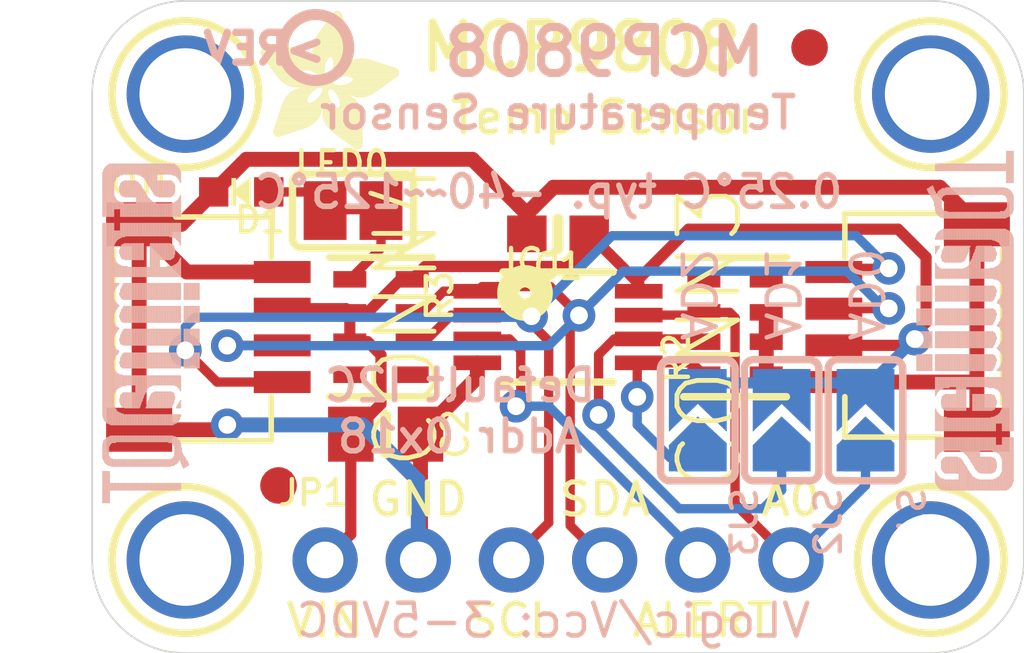
<source format=kicad_pcb>
(kicad_pcb (version 20211014) (generator pcbnew)
  (layers (0 "F.Cu" signal) (31 "B.Cu" signal) (34 "B.Paste" user) (35 "F.Paste" user) (36 "B.SilkS" user "B.Silkscreen") (37 "F.SilkS" user "F.Silkscreen") (38 "B.Mask" user) (39 "F.Mask" user) (44 "Edge.Cuts" user))
  (net 0 "")
  (net 1 "GND")
  (net 2 "SDA")
  (net 3 "SCL")
  (net 4 "VCC")
  (net 5 "N$1")
  (net 6 "ALERT")
  (net 7 "A0")
  (net 8 "A1")
  (net 9 "A2")
  (net 10 "N$2")
  (footprint "boardEagle:MSOP8_0.65MM" (layer "F.Cu") (at 148.5011 105.0036 -90)
    (fp_text reference "IC1" (at -1.778 1.524) (layer "F.SilkS") (effects (font (size 0.692831 0.692831) (thickness 0.119969)) (justify left)))
    (fp_text value "MCP9808-E/MS")
    (pad "1" smd rect (at -0.975 2.2) (size 1.3 0.4) (layers "F.Cu" "F.Paste" "F.Mask") (net 2 "SDA"))
    (pad "2" smd rect (at -0.325 2.2) (size 1.3 0.4) (layers "F.Cu" "F.Paste" "F.Mask") (net 3 "SCL"))
    (pad "3" smd rect (at 0.325 2.2) (size 1.3 0.4) (layers "F.Cu" "F.Paste" "F.Mask") (net 6 "ALERT"))
    (pad "4" smd rect (at 0.975 2.2) (size 1.3 0.4) (layers "F.Cu" "F.Paste" "F.Mask") (net 1 "GND"))
    (pad "5" smd rect (at 0.975 -2.2) (size 1.3 0.4) (layers "F.Cu" "F.Paste" "F.Mask") (net 9 "A2"))
    (pad "6" smd rect (at 0.325 -2.2) (size 1.3 0.4) (layers "F.Cu" "F.Paste" "F.Mask") (net 8 "A1"))
    (pad "7" smd rect (at -0.325 -2.2) (size 1.3 0.4) (layers "F.Cu" "F.Paste" "F.Mask") (net 7 "A0"))
    (pad "8" smd rect (at -0.975 -2.2) (size 1.3 0.4) (layers "F.Cu" "F.Paste" "F.Mask") (net 4 "VCC"))
  )
  (footprint "boardEagle:MOUNTINGHOLE_2.5_PLATED" (layer "F.Cu") (at 138.3411 111.3536)
    (fp_text reference "U$19" hide)
    (fp_text value "MOUNTINGHOLE2.5" hide)
    (pad "P$1" thru_hole circle (at 0 0) (size 3.2 3.2) (drill 2.5) (layers *.Cu *.Mask))
  )
  (footprint "boardEagle:RESPACK_4X0603" (layer "F.Cu") (at 153.3271 105.0036 90)
    (fp_text reference "R2" (at -1.6 -1.6 90) (layer "F.SilkS") (effects (font (size 0.692831 0.692831) (thickness 0.119969)) (justify left)))
    (fp_text value "10K")
    (pad "1" smd rect (at -1.3 0.85 90) (size 0.45 0.9) (layers "F.Cu" "F.Paste" "F.Mask") (net 1 "GND"))
    (pad "2" smd rect (at -0.4 0.85 90) (size 0.45 0.9) (layers "F.Cu" "F.Paste" "F.Mask") (net 1 "GND"))
    (pad "3" smd rect (at 0.4 0.85 90) (size 0.45 0.9) (layers "F.Cu" "F.Paste" "F.Mask") (net 1 "GND"))
    (pad "4" smd rect (at 1.3 0.85 90) (size 0.45 0.9) (layers "F.Cu" "F.Paste" "F.Mask"))
    (pad "5" smd rect (at 1.3 -0.85 90) (size 0.45 0.9) (layers "F.Cu" "F.Paste" "F.Mask"))
    (pad "6" smd rect (at 0.4 -0.85 90) (size 0.45 0.9) (layers "F.Cu" "F.Paste" "F.Mask") (net 7 "A0"))
    (pad "7" smd rect (at -0.4 -0.85 90) (size 0.45 0.9) (layers "F.Cu" "F.Paste" "F.Mask") (net 8 "A1"))
    (pad "8" smd rect (at -1.3 -0.85 90) (size 0.45 0.9) (layers "F.Cu" "F.Paste" "F.Mask") (net 9 "A2"))
  )
  (footprint "boardEagle:MOUNTINGHOLE_2.5_PLATED" (layer "F.Cu") (at 158.6611 98.6536)
    (fp_text reference "U$17" hide)
    (fp_text value "MOUNTINGHOLE2.5" hide)
    (pad "P$1" thru_hole circle (at 0 0) (size 3.2 3.2) (drill 2.5) (layers *.Cu *.Mask))
  )
  (footprint "boardEagle:JST_SH4" (layer "F.Cu") (at 138.4681 105.0036 -90)
    (fp_text reference "CONN4" (at -4.6 -5.9 90) (layer "F.SilkS") (effects (font (size 1.647139 1.647139) (thickness 0.130861)) (justify right)))
    (fp_text value "STEMMA_I2C_QT" hide)
    (pad "1" smd rect (at -1.5 -2.514) (size 1.55 0.6) (layers "F.Cu" "F.Paste" "F.Mask") (net 1 "GND"))
    (pad "2" smd rect (at -0.5 -2.514) (size 1.55 0.6) (layers "F.Cu" "F.Paste" "F.Mask") (net 4 "VCC"))
    (pad "3" smd rect (at 0.5 -2.514) (size 1.55 0.6) (layers "F.Cu" "F.Paste" "F.Mask") (net 2 "SDA"))
    (pad "4" smd rect (at 1.5 -2.514) (size 1.55 0.6) (layers "F.Cu" "F.Paste" "F.Mask") (net 3 "SCL"))
    (pad "MT1" smd rect (at -2.8 1.386) (size 1.8 1.2) (layers "F.Cu" "F.Paste" "F.Mask") (net 1 "GND"))
    (pad "MT2" smd rect (at 2.8 1.386) (size 1.8 1.2) (layers "F.Cu" "F.Paste" "F.Mask") (net 1 "GND"))
  )
  (footprint "boardEagle:RESPACK_4X0603" (layer "F.Cu") (at 143.6751 105.0036 -90)
    (fp_text reference "R3" (at -1.6 -1.6 90) (layer "F.SilkS") (effects (font (size 0.692831 0.692831) (thickness 0.119969)) (justify right)))
    (fp_text value "10K")
    (pad "1" smd rect (at -1.3 0.85 270) (size 0.45 0.9) (layers "F.Cu" "F.Paste" "F.Mask") (net 5 "N$1"))
    (pad "2" smd rect (at -0.4 0.85 270) (size 0.45 0.9) (layers "F.Cu" "F.Paste" "F.Mask") (net 4 "VCC"))
    (pad "3" smd rect (at 0.4 0.85 270) (size 0.45 0.9) (layers "F.Cu" "F.Paste" "F.Mask") (net 4 "VCC"))
    (pad "4" smd rect (at 1.3 0.85 270) (size 0.45 0.9) (layers "F.Cu" "F.Paste" "F.Mask"))
    (pad "5" smd rect (at 1.3 -0.85 270) (size 0.45 0.9) (layers "F.Cu" "F.Paste" "F.Mask"))
    (pad "6" smd rect (at 0.4 -0.85 270) (size 0.45 0.9) (layers "F.Cu" "F.Paste" "F.Mask") (net 3 "SCL"))
    (pad "7" smd rect (at -0.4 -0.85 270) (size 0.45 0.9) (layers "F.Cu" "F.Paste" "F.Mask") (net 2 "SDA"))
    (pad "8" smd rect (at -1.3 -0.85 270) (size 0.45 0.9) (layers "F.Cu" "F.Paste" "F.Mask") (net 4 "VCC"))
  )
  (footprint "boardEagle:FIDUCIAL_1MM" (layer "F.Cu") (at 155.3591 97.3836)
    (fp_text reference "FID4" hide)
    (fp_text value "FIDUCIAL_1MM" hide)
    (pad "1" smd roundrect (at 0 0) (size 1 1) (layers "F.Cu" "F.Mask") (roundrect_rratio 0.5))
  )
  (footprint "boardEagle:SOLDERJUMPER_CLOSEDWIRE" (layer "F.Cu") (at 142.9131 101.8286)
    (fp_text reference "LED0" (at -1.651 -1.27) (layer "F.SilkS") (effects (font (size 0.692831 0.692831) (thickness 0.119969)) (justify left)))
    (fp_text value "")
    (pad "1" smd rect (at -0.762 0) (size 1.1684 1.6002) (layers "F.Cu") (net 10 "N$2"))
    (pad "2" smd rect (at 0.762 0) (size 1.1684 1.6002) (layers "F.Cu") (net 5 "N$1"))
    (pad "WIRE" smd rect (at 0 0 180) (size 0.635 0.2032) (layers "F.Cu"))
  )
  (footprint "boardEagle:MOUNTINGHOLE_2.5_PLATED" (layer "F.Cu") (at 158.6611 111.3536)
    (fp_text reference "U$21" hide)
    (fp_text value "MOUNTINGHOLE2.5" hide)
    (pad "P$1" thru_hole circle (at 0 0) (size 3.2 3.2) (drill 2.5) (layers *.Cu *.Mask))
  )
  (footprint "boardEagle:0603-NO" (layer "F.Cu") (at 148.5011 102.4636 180)
    (fp_text reference "C1" (at -0.762 -0.889) (layer "F.SilkS") (effects (font (size 0.692831 0.692831) (thickness 0.119969)) (justify right)))
    (fp_text value "0.1uF")
    (pad "1" smd rect (at -0.85 0 180) (size 1.075 1) (layers "F.Cu" "F.Paste" "F.Mask") (net 4 "VCC"))
    (pad "2" smd rect (at 0.85 0 180) (size 1.075 1) (layers "F.Cu" "F.Paste" "F.Mask") (net 1 "GND"))
  )
  (footprint "boardEagle:FIDUCIAL_1MM" (layer "F.Cu") (at 140.8811 109.3216)
    (fp_text reference "FID3" hide)
    (fp_text value "FIDUCIAL_1MM" hide)
    (pad "1" smd roundrect (at 0 0) (size 1 1) (layers "F.Cu" "F.Mask") (roundrect_rratio 0.5))
  )
  (footprint "boardEagle:CHIPLED_0603_NOOUTLINE" (layer "F.Cu") (at 139.8651 101.3206 90)
    (fp_text reference "D1" (at -0.762 1.27) (layer "F.SilkS") (effects (font (size 0.692831 0.692831) (thickness 0.119969)) (justify right)))
    (fp_text value "GREEN")
    (pad "A" smd rect (at 0 0.75 90) (size 0.8 0.8) (layers "F.Cu" "F.Paste" "F.Mask") (net 10 "N$2"))
    (pad "C" smd rect (at 0 -0.75 90) (size 0.8 0.8) (layers "F.Cu" "F.Paste" "F.Mask") (net 1 "GND"))
  )
  (footprint "boardEagle:MOUNTINGHOLE_2.5_PLATED" (layer "F.Cu") (at 138.3411 98.6536)
    (fp_text reference "U$1" hide)
    (fp_text value "MOUNTINGHOLE2.5" hide)
    (pad "P$1" thru_hole circle (at 0 0) (size 3.2 3.2) (drill 2.5) (layers *.Cu *.Mask))
  )
  (footprint "boardEagle:JST_SH4" (layer "F.Cu") (at 158.5341 105.0036 90)
    (fp_text reference "CONN3" (at -4.6 -5.9 90) (layer "F.SilkS") (effects (font (size 1.647139 1.647139) (thickness 0.130861)) (justify left)))
    (fp_text value "STEMMA_I2C_QT" hide)
    (pad "1" smd rect (at -1.5 -2.514 180) (size 1.55 0.6) (layers "F.Cu" "F.Paste" "F.Mask") (net 1 "GND"))
    (pad "2" smd rect (at -0.5 -2.514 180) (size 1.55 0.6) (layers "F.Cu" "F.Paste" "F.Mask") (net 4 "VCC"))
    (pad "3" smd rect (at 0.5 -2.514 180) (size 1.55 0.6) (layers "F.Cu" "F.Paste" "F.Mask") (net 2 "SDA"))
    (pad "4" smd rect (at 1.5 -2.514 180) (size 1.55 0.6) (layers "F.Cu" "F.Paste" "F.Mask") (net 3 "SCL"))
    (pad "MT1" smd rect (at -2.8 1.386 180) (size 1.8 1.2) (layers "F.Cu" "F.Paste" "F.Mask") (net 1 "GND"))
    (pad "MT2" smd rect (at 2.8 1.386 180) (size 1.8 1.2) (layers "F.Cu" "F.Paste" "F.Mask") (net 1 "GND"))
  )
  (footprint "boardEagle:ADAFRUIT_3.5MM" (layer "F.Cu") (at 140.3731 100.1776)
    (fp_text reference "U$22" hide)
    (fp_text value "" hide)
  )
  (footprint "boardEagle:0805-NO" (layer "F.Cu") (at 143.8021 107.9246)
    (fp_text reference "C2" (at 1.905 -0.762 90) (layer "F.SilkS") (effects (font (size 0.692831 0.692831) (thickness 0.119969)) (justify right)))
    (fp_text value "10uF")
    (pad "1" smd rect (at -0.95 0) (size 1.24 1.5) (layers "F.Cu" "F.Paste" "F.Mask") (net 4 "VCC"))
    (pad "2" smd rect (at 0.95 0) (size 1.24 1.5) (layers "F.Cu" "F.Paste" "F.Mask") (net 1 "GND"))
  )
  (footprint "boardEagle:1X06_ROUND_70" (layer "F.Cu") (at 148.5011 111.3536)
    (fp_text reference "JP1" (at -7.6962 -1.8288) (layer "F.SilkS") (effects (font (size 0.692831 0.692831) (thickness 0.119969)) (justify left)))
    (fp_text value "")
    (pad "1" thru_hole circle (at -6.35 0 90) (size 1.778 1.778) (drill 1) (layers *.Cu *.Mask) (net 4 "VCC"))
    (pad "2" thru_hole circle (at -3.81 0 90) (size 1.778 1.778) (drill 1) (layers *.Cu *.Mask) (net 1 "GND"))
    (pad "3" thru_hole circle (at -1.27 0 90) (size 1.778 1.778) (drill 1) (layers *.Cu *.Mask) (net 3 "SCL"))
    (pad "4" thru_hole circle (at 1.27 0 90) (size 1.778 1.778) (drill 1) (layers *.Cu *.Mask) (net 2 "SDA"))
    (pad "5" thru_hole circle (at 3.81 0 90) (size 1.778 1.778) (drill 1) (layers *.Cu *.Mask) (net 6 "ALERT"))
    (pad "6" thru_hole circle (at 6.35 0 90) (size 1.778 1.778) (drill 1) (layers *.Cu *.Mask) (net 7 "A0"))
  )
  (footprint "boardEagle:SOLDERJUMPER_ARROW_NOPASTE" (layer "B.Cu") (at 154.5971 107.5436 90)
    (fp_text reference "SJ2" (at -1.778 1.27 90) (layer "B.SilkS") (effects (font (size 0.692831 0.692831) (thickness 0.119969)) (justify left mirror)))
    (fp_text value "")
    (fp_poly (pts (xy 0.106121 -0.002663) (xy -0.679416 -0.7882) (xy -1.3946 -0.7882) (xy -1.3946 0.7882) (xy -0.62715 0.7882)) (layer "B.Cu") (width 0) (fill solid))
    (fp_poly (pts (xy 1.3946 -0.7882) (xy -0.315893 -0.7882) (xy 0.443148 0) (xy -0.315893 0.7882) (xy 1.3946 0.7882)) (layer "B.Cu") (width 0) (fill solid))
    (pad "1" smd roundrect (at -1.016 0 90) (size 0.762 1.524) (layers "B.Cu") (net 8 "A1"))
    (pad "2" smd roundrect (at 1.016 0 90) (size 0.762 1.524) (layers "B.Cu") (net 4 "VCC"))
  )
  (footprint "boardEagle:SOLDERJUMPER_ARROW_NOPASTE" (layer "B.Cu") (at 156.8831 107.5436 90)
    (fp_text reference "SJ1" (at -1.778 1.27 90) (layer "B.SilkS") (effects (font (size 0.692831 0.692831) (thickness 0.119969)) (justify left mirror)))
    (fp_text value "")
    (fp_poly (pts (xy 0.106121 -0.002663) (xy -0.679416 -0.7882) (xy -1.3946 -0.7882) (xy -1.3946 0.7882) (xy -0.62715 0.7882)) (layer "B.Cu") (width 0) (fill solid))
    (fp_poly (pts (xy 1.3946 -0.7882) (xy -0.315893 -0.7882) (xy 0.443148 0) (xy -0.315893 0.7882) (xy 1.3946 0.7882)) (layer "B.Cu") (width 0) (fill solid))
    (pad "1" smd roundrect (at -1.016 0 90) (size 0.762 1.524) (layers "B.Cu") (net 7 "A0"))
    (pad "2" smd roundrect (at 1.016 0 90) (size 0.762 1.524) (layers "B.Cu") (net 4 "VCC"))
  )
  (footprint "boardEagle:STEMMAQT" (layer "B.Cu") (at 138.7221 100.5586 -90)
    (fp_text reference "U$31" hide)
    (fp_text value "" hide)
  )
  (footprint "boardEagle:STEMMAQT" (layer "B.Cu") (at 158.2801 109.4486 90)
    (fp_text reference "U$30" hide)
    (fp_text value "" hide)
  )
  (footprint "boardEagle:PCBFEAT-REV-040" (layer "B.Cu") (at 141.8971 97.3836 180)
    (fp_text reference "U$25" hide)
    (fp_text value "" hide)
    (fp_text user ">REV" (at -0.3556 -0.508) (layer "B.SilkS") (effects (font (size 0.8128 0.8128) (thickness 0.2032)) (justify left bottom mirror)))
  )
  (footprint "boardEagle:SOLDERJUMPER_ARROW_NOPASTE" (layer "B.Cu") (at 152.3111 107.5436 90)
    (fp_text reference "SJ3" (at -1.778 1.27 90) (layer "B.SilkS") (effects (font (size 0.692831 0.692831) (thickness 0.119969)) (justify left mirror)))
    (fp_text value "")
    (fp_poly (pts (xy 0.106121 -0.002663) (xy -0.679416 -0.7882) (xy -1.3946 -0.7882) (xy -1.3946 0.7882) (xy -0.62715 0.7882)) (layer "B.Cu") (width 0) (fill solid))
    (fp_poly (pts (xy 1.3946 -0.7882) (xy -0.315893 -0.7882) (xy 0.443148 0) (xy -0.315893 0.7882) (xy 1.3946 0.7882)) (layer "B.Cu") (width 0) (fill solid))
    (pad "1" smd roundrect (at -1.016 0 90) (size 0.762 1.524) (layers "B.Cu") (net 9 "A2"))
    (pad "2" smd roundrect (at 1.016 0 90) (size 0.762 1.524) (layers "B.Cu") (net 4 "VCC"))
  )
  (gr_line (start 135.8011 98.6536) (end 135.8011 111.3536) (layer "Edge.Cuts") (width 0.05))
  (gr_arc (start 138.3411 113.8936) (mid 136.545049 113.149651) (end 135.8011 111.3536) (layer "Edge.Cuts") (width 0.05))
  (gr_arc (start 135.8011 98.6536) (mid 136.545049 96.857549) (end 138.3411 96.1136) (layer "Edge.Cuts") (width 0.05))
  (gr_line (start 138.3411 113.8936) (end 158.6611 113.8936) (layer "Edge.Cuts") (width 0.05))
  (gr_line (start 158.6611 96.1136) (end 138.3411 96.1136) (layer "Edge.Cuts") (width 0.05))
  (gr_arc (start 158.6611 96.1136) (mid 160.457151 96.857549) (end 161.2011 98.6536) (layer "Edge.Cuts") (width 0.05))
  (gr_arc (start 161.2011 111.3536) (mid 160.457151 113.149651) (end 158.6611 113.8936) (layer "Edge.Cuts") (width 0.05))
  (gr_line (start 161.2011 111.3536) (end 161.2011 98.6536) (layer "Edge.Cuts") (width 0.05))
  (gr_text "AD0" (at 156.8831 104.1146 -90) (layer "B.SilkS") (effects (font (size 0.89408 0.89408) (thickness 0.12192)) (justify mirror)))
  (gr_text "Default I2C\nAddr 0x18" (at 145.8341 107.2896) (layer "B.SilkS") (effects (font (size 0.8636 0.8636) (thickness 0.1524)) (justify mirror)))
  (gr_text "AD1" (at 154.5971 104.1146 -90) (layer "B.SilkS") (effects (font (size 0.89408 0.89408) (thickness 0.12192)) (justify mirror)))
  (gr_text "AD2" (at 152.3111 104.1146 -90) (layer "B.SilkS") (effects (font (size 0.89408 0.89408) (thickness 0.12192)) (justify mirror)))
  (gr_text "Temperature Sensor" (at 148.5011 99.1616) (layer "B.SilkS") (effects (font (size 0.8636 0.8636) (thickness 0.1524)) (justify mirror)))
  (gr_text "0.25°C typ. -40~~125°C" (at 148.2471 101.3206) (layer "B.SilkS") (effects (font (size 0.8636 0.8636) (thickness 0.1524)) (justify mirror)))
  (gr_text "MCP9808" (at 149.7711 97.5106) (layer "B.SilkS") (effects (font (size 1.25222 1.25222) (thickness 0.22098)) (justify mirror)))
  (gr_text "VLogic/Vcc: 3-5VDC" (at 148.3741 113.0046) (layer "B.SilkS") (effects (font (size 0.89408 0.89408) (thickness 0.12192)) (justify mirror)))
  (gr_text "GND" (at 144.6911 109.7026) (layer "F.SilkS") (effects (font (size 0.87376 0.87376) (thickness 0.14224))))
  (gr_text "SDA" (at 149.7711 109.7026) (layer "F.SilkS") (effects (font (size 0.87376 0.87376) (thickness 0.14224))))
  (gr_text "SCL" (at 147.2311 113.0046) (layer "F.SilkS") (effects (font (size 0.87376 0.87376) (thickness 0.14224))))
  (gr_text "ALERT" (at 152.4381 113.0046) (layer "F.SilkS") (effects (font (size 0.87376 0.87376) (thickness 0.14224))))
  (gr_text "MCP9808" (at 149.1361 97.3836) (layer "F.SilkS") (effects (font (size 1.25222 1.25222) (thickness 0.22098))))
  (gr_text "A0" (at 154.8511 109.7026) (layer "F.SilkS") (effects (font (size 0.87376 0.87376) (thickness 0.14224))))
  (gr_text "Temp Sensor" (at 149.7711 99.2886) (layer "F.SilkS") (effects (font (size 0.8636 0.8636) (thickness 0.1524))))
  (gr_text "on" (at 136.1821 101.4476) (layer "F.SilkS") (effects (font (size 0.89408 0.89408) (thickness 0.12192)) (justify left bottom)))
  (gr_text "VIN" (at 142.1511 113.0046) (layer "F.SilkS") (effects (font (size 0.87376 0.87376) (thickness 0.14224))))
  (segment (start 158.9101 101.1936) (end 159.9201 102.2036) (width 0.4064) (layer "F.Cu") (net 1))
  (segment (start 154.1771 105.4036) (end 154.1771 106.3036) (width 0.4064) (layer "F.Cu") (net 1))
  (segment (start 147.6511 102.4636) (end 147.6511 101.9166) (width 0.4064) (layer "F.Cu") (net 1))
  (segment (start 140.9821 103.5036) (end 138.3821 103.5036) (width 0.4064) (layer "F.Cu") (net 1))
  (segment (start 146.1661 100.4316) (end 147.6511 101.9166) (width 0.4064) (layer "F.Cu") (net 1))
  (segment (start 139.1151 101.3206) (end 140.0041 100.4316) (width 0.4064) (layer "F.Cu") (net 1))
  (segment (start 146.3011 106.3756) (end 144.7521 107.9246) (width 0.4064) (layer "F.Cu") (net 1))
  (segment (start 154.1771 104.6036) (end 154.1771 105.4036) (width 0.4064) (layer "F.Cu") (net 1))
  (segment (start 159.9201 102.2036) (end 159.9201 106.5276) (width 0.4064) (layer "F.Cu") (net 1))
  (segment (start 144.7521 111.2926) (end 144.6911 111.3536) (width 0.4064) (layer "F.Cu") (net 1))
  (segment (start 144.7521 107.9246) (end 144.7521 111.2926) (width 0.4064) (layer "F.Cu") (net 1))
  (segment (start 139.3511 107.8036) (end 139.4841 107.6706) (width 0.4064) (layer "F.Cu") (net 1))
  (segment (start 146.3011 105.9786) (end 146.3011 106.3756) (width 0.4064) (layer "F.Cu") (net 1))
  (segment (start 156.0201 106.5036) (end 159.8961 106.5036) (width 0.4064) (layer "F.Cu") (net 1))
  (segment (start 154.1771 106.3036) (end 154.3771 106.5036) (width 0.4064) (layer "F.Cu") (net 1))
  (segment (start 138.3821 103.5036) (end 137.0821 102.2036) (width 0.4064) (layer "F.Cu") (net 1))
  (segment (start 138.2321 102.2036) (end 137.0821 102.2036) (width 0.4064) (layer "F.Cu") (net 1))
  (segment (start 137.0821 102.2036) (end 137.0821 107.8036) (width 0.4064) (layer "F.Cu") (net 1))
  (segment (start 139.1151 101.3206) (end 138.2321 102.2036) (width 0.4064) (layer "F.Cu") (net 1))
  (segment (start 140.0041 100.4316) (end 146.1661 100.4316) (width 0.4064) (layer "F.Cu") (net 1))
  (segment (start 154.3771 106.5036) (end 156.0201 106.5036) (width 0.4064) (layer "F.Cu") (net 1))
  (segment (start 148.3741 101.1936) (end 158.9101 101.1936) (width 0.4064) (layer "F.Cu") (net 1))
  (segment (start 147.6511 101.9166) (end 148.3741 101.1936) (width 0.4064) (layer "F.Cu") (net 1))
  (segment (start 159.9201 106.5276) (end 159.9201 107.8036) (width 0.4064) (layer "F.Cu") (net 1))
  (segment (start 137.0821 107.8036) (end 139.3511 107.8036) (width 0.4064) (layer "F.Cu") (net 1))
  (segment (start 159.8961 106.5036) (end 159.9201 106.5276) (width 0.4064) (layer "F.Cu") (net 1))
  (via (at 139.4841 107.6706) (size 0.889) (drill 0.4826) (layers "F.Cu" "B.Cu") (net 1))
  (segment (start 139.4841 107.6706) (end 143.1671 107.6706) (width 0.4064) (layer "B.Cu") (net 1))
  (segment (start 144.6911 109.1946) (end 144.6911 111.3536) (width 0.4064) (layer "B.Cu") (net 1))
  (segment (start 143.1671 107.6706) (end 144.6911 109.1946) (width 0.4064) (layer "B.Cu") (net 1))
  (segment (start 156.0201 104.5036) (end 157.5101 104.5036) (width 0.254) (layer "F.Cu") (net 2))
  (segment (start 146.3011 104.0286) (end 145.380125 104.0286) (width 0.254) (layer "F.Cu") (net 2))
  (segment (start 157.5101 104.5036) (end 157.5181 104.4956) (width 0.254) (layer "F.Cu") (net 2))
  (segment (start 146.3011 104.0286) (end 146.4281 103.9016) (width 0.254) (layer "F.Cu") (net 2))
  (segment (start 144.805125 104.6036) (end 144.5251 104.6036) (width 0.254) (layer "F.Cu") (net 2))
  (segment (start 148.8319 110.4144) (end 149.7711 111.3536) (width 0.254) (layer "F.Cu") (net 2))
  (segment (start 149.0726 104.6861) (end 148.8319 104.9268) (width 0.254) (layer "F.Cu") (net 2))
  (segment (start 148.2881 103.9016) (end 146.4281 103.9016) (width 0.254) (layer "F.Cu") (net 2))
  (segment (start 140.9821 105.5036) (end 139.4921 105.5036) (width 0.254) (layer "F.Cu") (net 2))
  (segment (start 145.380125 104.0286) (end 144.805125 104.6036) (width 0.254) (layer "F.Cu") (net 2))
  (segment (start 149.0726 104.6861) (end 148.2881 103.9016) (width 0.254) (layer "F.Cu") (net 2))
  (segment (start 148.8319 104.9268) (end 148.8319 110.4144) (width 0.254) (layer "F.Cu") (net 2))
  (segment (start 139.4921 105.5036) (end 139.4841 105.5116) (width 0.254) (layer "F.Cu") (net 2))
  (via (at 157.5181 104.4956) (size 0.889) (drill 0.4826) (layers "F.Cu" "B.Cu") (net 2))
  (via (at 149.0726 104.6861) (size 0.889) (drill 0.4826) (layers "F.Cu" "B.Cu") (net 2))
  (via (at 139.4841 105.5116) (size 0.889) (drill 0.4826) (layers "F.Cu" "B.Cu") (net 2))
  (segment (start 156.3751 103.4796) (end 150.2791 103.4796) (width 0.254) (layer "B.Cu") (net 2))
  (segment (start 150.2791 103.4796) (end 149.0726 104.6861) (width 0.254) (layer "B.Cu") (net 2))
  (segment (start 148.2471 105.5116) (end 149.0726 104.6861) (width 0.254) (layer "B.Cu") (net 2))
  (segment (start 139.4841 105.5116) (end 148.2471 105.5116) (width 0.254) (layer "B.Cu") (net 2))
  (segment (start 157.5181 104.4956) (end 157.3911 104.4956) (width 0.254) (layer "B.Cu") (net 2))
  (segment (start 157.3911 104.4956) (end 156.3751 103.4796) (width 0.254) (layer "B.Cu") (net 2))
  (segment (start 148.2471 105.3846) (end 148.2471 110.3376) (width 0.254) (layer "F.Cu") (net 3))
  (segment (start 144.867075 105.4036) (end 144.5251 105.4036) (width 0.254) (layer "F.Cu") (net 3))
  (segment (start 156.0201 103.5036) (end 156.1203 103.4034) (width 0.254) (layer "F.Cu") (net 3))
  (segment (start 146.3011 104.6786) (end 145.592075 104.6786) (width 0.254) (layer "F.Cu") (net 3))
  (segment (start 147.778896 104.916397) (end 148.2471 105.3846) (width 0.254) (layer "F.Cu") (net 3))
  (segment (start 148.2471 110.3376) (end 147.2311 111.3536) (width 0.254) (layer "F.Cu") (net 3))
  (segment (start 156.1203 103.4034) (end 157.5181 103.4034) (width 0.254) (layer "F.Cu") (net 3))
  (segment (start 147.699303 104.709804) (end 147.6681 104.6786) (width 0.254) (layer "F.Cu") (net 3))
  (segment (start 147.778896 104.709804) (end 147.699303 104.709804) (width 0.254) (layer "F.Cu") (net 3))
  (segment (start 146.3011 104.6786) (end 147.6681 104.6786) (width 0.254) (layer "F.Cu") (net 3))
  (segment (start 140.9821 106.5036) (end 139.2061 106.5036) (width 0.254) (layer "F.Cu") (net 3))
  (segment (start 147.778896 104.709804) (end 147.778896 104.916397) (width 0.254) (layer "F.Cu") (net 3))
  (segment (start 139.2061 106.5036) (end 138.3411 105.6386) (width 0.254) (layer "F.Cu") (net 3))
  (segment (start 145.592075 104.6786) (end 144.867075 105.4036) (width 0.254) (layer "F.Cu") (net 3))
  (via (at 138.3411 105.6386) (size 0.889) (drill 0.4826) (layers "F.Cu" "B.Cu") (net 3))
  (via (at 157.5181 103.4034) (size 0.889) (drill 0.4826) (layers "F.Cu" "B.Cu") (net 3))
  (via (at 147.778896 104.709804) (size 0.889) (drill 0.4826) (layers "F.Cu" "B.Cu") (net 3))
  (segment (start 138.3411 105.0036) (end 138.6078 104.7369) (width 0.254) (layer "B.Cu") (net 3))
  (segment (start 156.6291 102.5144) (end 149.9743 102.5144) (width 0.254) (layer "B.Cu") (net 3))
  (segment (start 147.7518 104.7369) (end 147.778896 104.709804) (width 0.254) (layer "B.Cu") (net 3))
  (segment (start 138.3411 105.6386) (end 138.3411 105.0036) (width 0.254) (layer "B.Cu") (net 3))
  (segment (start 157.5181 103.4034) (end 156.6291 102.5144) (width 0.254) (layer "B.Cu") (net 3))
  (segment (start 149.9743 102.5144) (end 147.778896 104.709804) (width 0.254) (layer "B.Cu") (net 3))
  (segment (start 138.6078 104.7369) (end 147.7518 104.7369) (width 0.254) (layer "B.Cu") (net 3))
  (segment (start 158.2166 105.3211) (end 158.2166 105.1941) (width 0.3048) (layer "F.Cu") (net 4))
  (segment (start 140.9821 104.5036) (end 142.7251 104.5036) (width 0.3048) (layer "F.Cu") (net 4))
  (segment (start 144.8761 103.3526) (end 148.7551 103.3526) (width 0.3048) (layer "F.Cu") (net 4))
  (segment (start 149.4976 102.6101) (end 150.6406 103.7531) (width 0.3048) (layer "F.Cu") (net 4))
  (segment (start 142.8521 110.6526) (end 142.1511 111.3536) (width 0.3048) (layer "F.Cu") (net 4))
  (segment (start 148.7551 103.3526) (end 149.4976 102.6101) (width 0.3048) (layer "F.Cu") (net 4))
  (segment (start 156.0201 105.5036) (end 157.9071 105.5036) (width 0.3048) (layer "F.Cu") (net 4))
  (segment (start 158.5341 104.8766) (end 158.5341 103.0986) (width 0.3048) (layer "F.Cu") (net 4))
  (segment (start 157.9071 105.5036) (end 158.2166 105.1941) (width 0.3048) (layer "F.Cu") (net 4))
  (segment (start 149.3511 102.4636) (end 149.4976 102.6101) (width 0.3048) (layer "F.Cu") (net 4))
  (segment (start 142.8521 107.9246) (end 142.8521 110.6526) (width 0.3048) (layer "F.Cu") (net 4))
  (segment (start 142.8251 104.6036) (end 142.8251 105.4036) (width 0.3048) (layer "F.Cu") (net 4))
  (segment (start 143.6751 105.7656) (end 143.6751 107.1016) (width 0.3048) (layer "F.Cu") (net 4))
  (segment (start 143.6751 107.1016) (end 142.8521 107.9246) (width 0.3048) (layer "F.Cu") (net 4))
  (segment (start 143.3131 105.4036) (end 143.6751 105.7656) (width 0.3048) (layer "F.Cu") (net 4))
  (segment (start 142.8251 104.6036) (end 143.3131 104.6036) (width 0.3048) (layer "F.Cu") (net 4))
  (segment (start 152.0571 102.3366) (end 150.6406 103.7531) (width 0.3048) (layer "F.Cu") (net 4))
  (segment (start 158.5341 103.0986) (end 157.7721 102.3366) (width 0.3048) (layer "F.Cu") (net 4))
  (segment (start 150.6406 103.7531) (end 150.7011 103.8136) (width 0.3048) (layer "F.Cu") (net 4))
  (segment (start 143.3131 104.6036) (end 144.2131 103.7036) (width 0.3048) (layer "F.Cu") (net 4))
  (segment (start 144.5251 103.7036) (end 144.8761 103.3526) (width 0.3048) (layer "F.Cu") (net 4))
  (segment (start 142.8251 105.4036) (end 143.3131 105.4036) (width 0.3048) (layer "F.Cu") (net 4))
  (segment (start 158.226903 105.331404) (end 158.2166 105.3211) (width 0.3048) (layer "F.Cu") (net 4))
  (segment (start 158.2166 105.1941) (end 158.5341 104.8766) (width 0.3048) (layer "F.Cu") (net 4))
  (segment (start 157.7721 102.3366) (end 152.0571 102.3366) (width 0.3048) (layer "F.Cu") (net 4))
  (segment (start 150.7011 103.8136) (end 150.7011 104.0286) (width 0.3048) (layer "F.Cu") (net 4))
  (segment (start 142.7251 104.5036) (end 142.8251 104.6036) (width 0.3048) (layer "F.Cu") (net 4))
  (segment (start 144.2131 103.7036) (end 144.5251 103.7036) (width 0.3048) (layer "F.Cu") (net 4))
  (via (at 158.226903 105.331404) (size 0.889) (drill 0.4826) (layers "F.Cu" "B.Cu") (net 4))
  (segment (start 152.3111 106.5276) (end 154.5971 106.5276) (width 0.3048) (layer "B.Cu") (net 4))
  (segment (start 157.030706 106.5276) (end 158.226903 105.331404) (width 0.3048) (layer "B.Cu") (net 4))
  (segment (start 154.5971 106.5276) (end 156.8831 106.5276) (width 0.3048) (layer "B.Cu") (net 4))
  (segment (start 156.8831 106.5276) (end 157.030706 106.5276) (width 0.3048) (layer "B.Cu") (net 4))
  (segment (start 143.6751 102.8536) (end 143.6751 101.8286) (width 0.254) (layer "F.Cu") (net 5))
  (segment (start 142.8251 103.7036) (end 143.6751 102.8536) (width 0.254) (layer "F.Cu") (net 5))
  (segment (start 146.3011 105.3286) (end 147.1751 105.3286) (width 0.254) (layer "F.Cu") (net 6))
  (segment (start 147.4851 105.6386) (end 147.4851 107.0356) (width 0.254) (layer "F.Cu") (net 6))
  (segment (start 147.1751 105.3286) (end 147.4851 105.6386) (width 0.254) (layer "F.Cu") (net 6))
  (segment (start 147.4851 107.0356) (end 147.3581 107.1626) (width 0.254) (layer "F.Cu") (net 6))
  (via (at 147.3581 107.1626) (size 0.889) (drill 0.4826) (layers "F.Cu" "B.Cu") (net 6))
  (segment (start 152.3746 111.2901) (end 152.3111 111.3536) (width 0.254) (layer "B.Cu") (net 6))
  (segment (start 148.2471 107.1626) (end 152.3746 111.2901) (width 0.254) (layer "B.Cu") (net 6))
  (segment (start 147.3581 107.1626) (end 148.2471 107.1626) (width 0.254) (layer "B.Cu") (net 6))
  (segment (start 150.7011 104.6786) (end 152.4021 104.6786) (width 0.254) (layer "F.Cu") (net 7))
  (segment (start 152.4771 104.6036) (end 153.1811 104.6036) (width 0.254) (layer "F.Cu") (net 7))
  (segment (start 152.4021 104.6786) (end 152.4771 104.6036) (width 0.254) (layer "F.Cu") (net 7))
  (segment (start 153.3271 109.8296) (end 154.8511 111.3536) (width 0.254) (layer "F.Cu") (net 7))
  (segment (start 153.3271 104.7496) (end 153.3271 109.8296) (width 0.254) (layer "F.Cu") (net 7))
  (segment (start 153.1811 104.6036) (end 153.3271 104.7496) (width 0.254) (layer "F.Cu") (net 7))
  (segment (start 156.8831 108.5596) (end 156.8831 109.3216) (width 0.254) (layer "B.Cu") (net 7))
  (segment (start 156.8831 109.3216) (end 154.8511 111.3536) (width 0.254) (layer "B.Cu") (net 7))
  (segment (start 152.4021 105.3286) (end 152.4771 105.4036) (width 0.254) (layer "F.Cu") (net 8))
  (segment (start 150.7011 105.3286) (end 150.034125 105.3286) (width 0.254) (layer "F.Cu") (net 8))
  (segment (start 152.4021 105.3286) (end 150.7011 105.3286) (width 0.254) (layer "F.Cu") (net 8))
  (segment (start 150.034125 105.3286) (end 149.6066 105.756125) (width 0.254) (layer "F.Cu") (net 8))
  (segment (start 149.6066 105.756125) (end 149.6066 107.399707) (width 0.254) (layer "F.Cu") (net 8))
  (via (at 149.6066 107.399707) (size 0.889) (drill 0.4826) (layers "F.Cu" "B.Cu") (net 8))
  (segment (start 149.6066 107.7601) (end 149.6066 107.399707) (width 0.254) (layer "B.Cu") (net 8))
  (segment (start 154.5971 109.4486) (end 154.0891 109.9566) (width 0.254) (layer "B.Cu") (net 8))
  (segment (start 154.5971 108.5596) (end 154.5971 109.4486) (width 0.254) (layer "B.Cu") (net 8))
  (segment (start 151.8031 109.9566) (end 149.6066 107.7601) (width 0.254) (layer "B.Cu") (net 8))
  (segment (start 154.0891 109.9566) (end 151.8031 109.9566) (width 0.254) (layer "B.Cu") (net 8))
  (segment (start 150.6601 106.0196) (end 150.6601 106.9086) (width 0.254) (layer "F.Cu") (net 9))
  (segment (start 152.1521 105.9786) (end 152.4771 106.3036) (width 0.254) (layer "F.Cu") (net 9))
  (segment (start 150.7011 105.9786) (end 152.1521 105.9786) (width 0.254) (layer "F.Cu") (net 9))
  (segment (start 150.7011 105.9786) (end 150.6601 106.0196) (width 0.254) (layer "F.Cu") (net 9))
  (via (at 150.6601 106.9086) (size 0.889) (drill 0.4826) (layers "F.Cu" "B.Cu") (net 9))
  (segment (start 150.6601 107.6706) (end 151.5491 108.5596) (width 0.254) (layer "B.Cu") (net 9))
  (segment (start 151.5491 108.5596) (end 152.3111 108.5596) (width 0.254) (layer "B.Cu") (net 9))
  (segment (start 150.6601 106.9086) (end 150.6601 107.6706) (width 0.254) (layer "B.Cu") (net 9))
  (segment (start 140.6151 101.3206) (end 141.6431 101.3206) (width 0.254) (layer "F.Cu") (net 10))
  (segment (start 141.6431 101.3206) (end 142.1511 101.8286) (width 0.254) (layer "F.Cu") (net 10))
)
</source>
